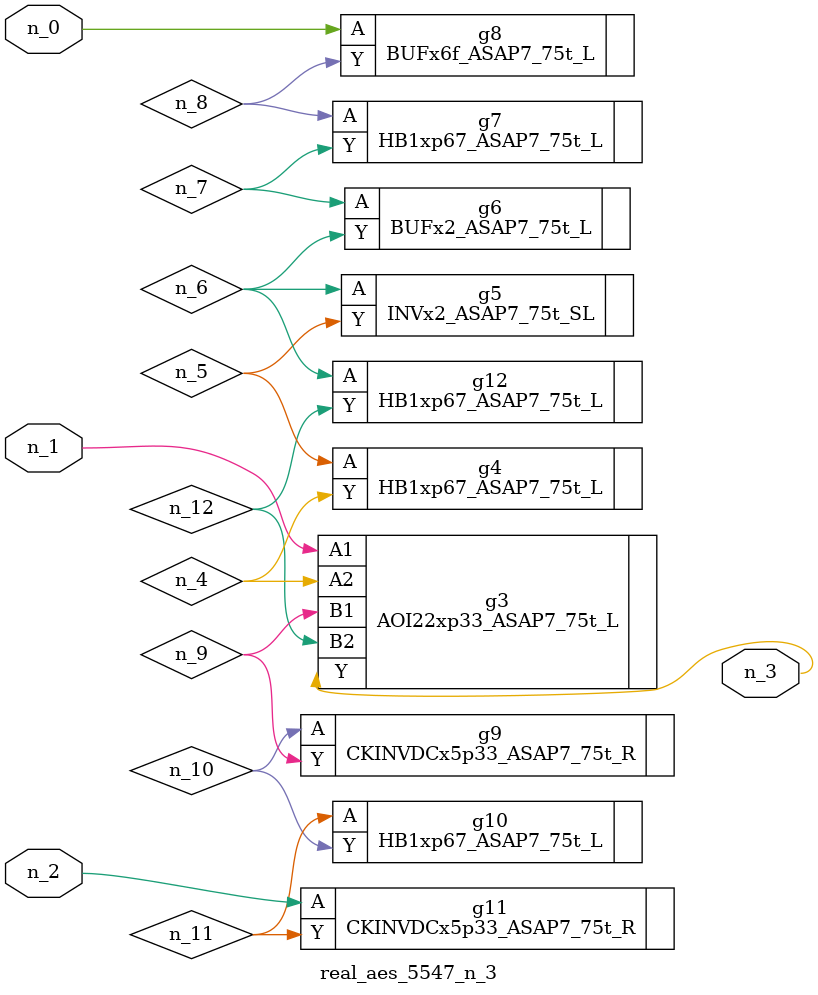
<source format=v>
module real_aes_5547_n_3 (n_0, n_2, n_1, n_3);
input n_0;
input n_2;
input n_1;
output n_3;
wire n_4;
wire n_5;
wire n_7;
wire n_9;
wire n_12;
wire n_6;
wire n_8;
wire n_10;
wire n_11;
BUFx6f_ASAP7_75t_L g8 ( .A(n_0), .Y(n_8) );
AOI22xp33_ASAP7_75t_L g3 ( .A1(n_1), .A2(n_4), .B1(n_9), .B2(n_12), .Y(n_3) );
CKINVDCx5p33_ASAP7_75t_R g11 ( .A(n_2), .Y(n_11) );
HB1xp67_ASAP7_75t_L g4 ( .A(n_5), .Y(n_4) );
INVx2_ASAP7_75t_SL g5 ( .A(n_6), .Y(n_5) );
HB1xp67_ASAP7_75t_L g12 ( .A(n_6), .Y(n_12) );
BUFx2_ASAP7_75t_L g6 ( .A(n_7), .Y(n_6) );
HB1xp67_ASAP7_75t_L g7 ( .A(n_8), .Y(n_7) );
CKINVDCx5p33_ASAP7_75t_R g9 ( .A(n_10), .Y(n_9) );
HB1xp67_ASAP7_75t_L g10 ( .A(n_11), .Y(n_10) );
endmodule
</source>
